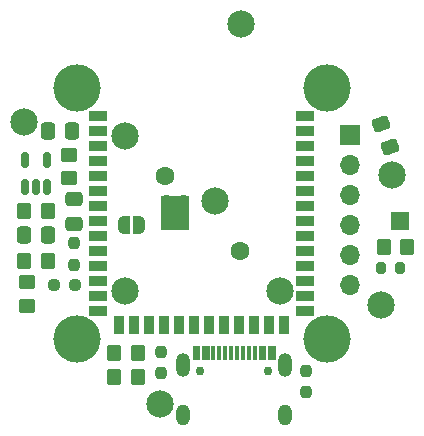
<source format=gbr>
%TF.GenerationSoftware,KiCad,Pcbnew,8.0.0*%
%TF.CreationDate,2024-03-22T20:52:57+01:00*%
%TF.ProjectId,rotatror,726f7461-7472-46f7-922e-6b696361645f,rev?*%
%TF.SameCoordinates,Original*%
%TF.FileFunction,Soldermask,Top*%
%TF.FilePolarity,Negative*%
%FSLAX46Y46*%
G04 Gerber Fmt 4.6, Leading zero omitted, Abs format (unit mm)*
G04 Created by KiCad (PCBNEW 8.0.0) date 2024-03-22 20:52:57*
%MOMM*%
%LPD*%
G01*
G04 APERTURE LIST*
G04 Aperture macros list*
%AMRoundRect*
0 Rectangle with rounded corners*
0 $1 Rounding radius*
0 $2 $3 $4 $5 $6 $7 $8 $9 X,Y pos of 4 corners*
0 Add a 4 corners polygon primitive as box body*
4,1,4,$2,$3,$4,$5,$6,$7,$8,$9,$2,$3,0*
0 Add four circle primitives for the rounded corners*
1,1,$1+$1,$2,$3*
1,1,$1+$1,$4,$5*
1,1,$1+$1,$6,$7*
1,1,$1+$1,$8,$9*
0 Add four rect primitives between the rounded corners*
20,1,$1+$1,$2,$3,$4,$5,0*
20,1,$1+$1,$4,$5,$6,$7,0*
20,1,$1+$1,$6,$7,$8,$9,0*
20,1,$1+$1,$8,$9,$2,$3,0*%
%AMFreePoly0*
4,1,19,0.500000,-0.750000,0.000000,-0.750000,0.000000,-0.744911,-0.071157,-0.744911,-0.207708,-0.704816,-0.327430,-0.627875,-0.420627,-0.520320,-0.479746,-0.390866,-0.500000,-0.250000,-0.500000,0.250000,-0.479746,0.390866,-0.420627,0.520320,-0.327430,0.627875,-0.207708,0.704816,-0.071157,0.744911,0.000000,0.744911,0.000000,0.750000,0.500000,0.750000,0.500000,-0.750000,0.500000,-0.750000,
$1*%
%AMFreePoly1*
4,1,19,0.000000,0.744911,0.071157,0.744911,0.207708,0.704816,0.327430,0.627875,0.420627,0.520320,0.479746,0.390866,0.500000,0.250000,0.500000,-0.250000,0.479746,-0.390866,0.420627,-0.520320,0.327430,-0.627875,0.207708,-0.704816,0.071157,-0.744911,0.000000,-0.744911,0.000000,-0.750000,-0.500000,-0.750000,-0.500000,0.750000,0.000000,0.750000,0.000000,0.744911,0.000000,0.744911,
$1*%
G04 Aperture macros list end*
%ADD10RoundRect,0.200000X-0.200000X-0.275000X0.200000X-0.275000X0.200000X0.275000X-0.200000X0.275000X0*%
%ADD11FreePoly0,180.000000*%
%ADD12FreePoly1,180.000000*%
%ADD13RoundRect,0.250000X0.561786X-0.154687X0.330922X0.479606X-0.561786X0.154687X-0.330922X-0.479606X0*%
%ADD14RoundRect,0.150000X0.150000X-0.512500X0.150000X0.512500X-0.150000X0.512500X-0.150000X-0.512500X0*%
%ADD15RoundRect,0.237500X-0.237500X0.250000X-0.237500X-0.250000X0.237500X-0.250000X0.237500X0.250000X0*%
%ADD16RoundRect,0.250000X-0.450000X0.350000X-0.450000X-0.350000X0.450000X-0.350000X0.450000X0.350000X0*%
%ADD17RoundRect,0.250000X0.350000X0.450000X-0.350000X0.450000X-0.350000X-0.450000X0.350000X-0.450000X0*%
%ADD18C,0.750000*%
%ADD19O,1.200000X2.000000*%
%ADD20O,1.200000X1.800000*%
%ADD21R,0.300000X1.300000*%
%ADD22RoundRect,0.250000X0.450000X-0.350000X0.450000X0.350000X-0.450000X0.350000X-0.450000X-0.350000X0*%
%ADD23RoundRect,0.250000X0.475000X-0.337500X0.475000X0.337500X-0.475000X0.337500X-0.475000X-0.337500X0*%
%ADD24R,1.700000X1.700000*%
%ADD25O,1.700000X1.700000*%
%ADD26R,1.500000X1.500000*%
%ADD27RoundRect,0.237500X0.250000X0.237500X-0.250000X0.237500X-0.250000X-0.237500X0.250000X-0.237500X0*%
%ADD28RoundRect,0.250000X-0.350000X-0.450000X0.350000X-0.450000X0.350000X0.450000X-0.350000X0.450000X0*%
%ADD29R,1.500000X0.900000*%
%ADD30R,0.900000X1.500000*%
%ADD31C,0.600000*%
%ADD32R,2.450000X2.910000*%
%ADD33RoundRect,0.237500X0.237500X-0.250000X0.237500X0.250000X-0.237500X0.250000X-0.237500X-0.250000X0*%
%ADD34RoundRect,0.250000X0.337500X0.475000X-0.337500X0.475000X-0.337500X-0.475000X0.337500X-0.475000X0*%
%ADD35RoundRect,0.250000X-0.337500X-0.475000X0.337500X-0.475000X0.337500X0.475000X-0.337500X0.475000X0*%
%ADD36C,4.000000*%
%ADD37C,1.600000*%
%ADD38C,2.304000*%
G04 APERTURE END LIST*
D10*
%TO.C,R19*%
X129150000Y-84400000D03*
X130800000Y-84400000D03*
%TD*%
D11*
%TO.C,JP1*%
X108700000Y-80800000D03*
D12*
X107400000Y-80800000D03*
%TD*%
D13*
%TO.C,C6*%
X129917346Y-74174931D03*
X129207654Y-72225069D03*
%TD*%
D14*
%TO.C,U2*%
X99050000Y-77537500D03*
X100000000Y-77537500D03*
X100950000Y-77537500D03*
X100950000Y-75262500D03*
X99050000Y-75262500D03*
%TD*%
D15*
%TO.C,R5*%
X110600000Y-91487500D03*
X110600000Y-93312500D03*
%TD*%
D16*
%TO.C,R10*%
X99200000Y-85600000D03*
X99200000Y-87600000D03*
%TD*%
D17*
%TO.C,R9*%
X129400000Y-82600000D03*
X131400000Y-82600000D03*
%TD*%
D18*
%TO.C,U3*%
X113850000Y-93145500D03*
X119650000Y-93145500D03*
D19*
X112425000Y-92645500D03*
D20*
X112425000Y-96845500D03*
D19*
X121075000Y-92645500D03*
D20*
X121075000Y-96845500D03*
D21*
X113400000Y-91577500D03*
X114200000Y-91577500D03*
X115500000Y-91577500D03*
X116500000Y-91577500D03*
X117000000Y-91577500D03*
X118000000Y-91577500D03*
X119300000Y-91577500D03*
X120100000Y-91577500D03*
X119800000Y-91577500D03*
X119000000Y-91577500D03*
X118500000Y-91577500D03*
X117500000Y-91577500D03*
X116000000Y-91577500D03*
X115000000Y-91577500D03*
X114500000Y-91577500D03*
X113700000Y-91577500D03*
%TD*%
D22*
%TO.C,R1*%
X102800000Y-76800000D03*
X102800000Y-74800000D03*
%TD*%
D23*
%TO.C,C1*%
X103200000Y-80637500D03*
X103200000Y-78562500D03*
%TD*%
D24*
%TO.C,J1*%
X126600000Y-73180000D03*
D25*
X126600000Y-75720000D03*
X126600000Y-78260000D03*
X126600000Y-80800000D03*
X126600000Y-83340000D03*
X126600000Y-85880000D03*
%TD*%
D17*
%TO.C,R8*%
X108600000Y-93600000D03*
X106600000Y-93600000D03*
%TD*%
D26*
%TO.C,BOT*%
X130800000Y-80400000D03*
%TD*%
D27*
%TO.C,R2*%
X103312500Y-85800000D03*
X101487500Y-85800000D03*
%TD*%
D28*
%TO.C,R7*%
X106600000Y-91600000D03*
X108600000Y-91600000D03*
%TD*%
D15*
%TO.C,R3*%
X103200000Y-82287500D03*
X103200000Y-84112500D03*
%TD*%
D29*
%TO.C,U1*%
X105250000Y-71490000D03*
X105250000Y-72760000D03*
X105250000Y-74030000D03*
X105250000Y-75300000D03*
X105250000Y-76570000D03*
X105250000Y-77840000D03*
X105250000Y-79110000D03*
X105250000Y-80380000D03*
X105250000Y-81650000D03*
X105250000Y-82920000D03*
X105250000Y-84190000D03*
X105250000Y-85460000D03*
X105250000Y-86730000D03*
X105250000Y-88000000D03*
D30*
X107015000Y-89250000D03*
X108285000Y-89250000D03*
X109555000Y-89250000D03*
X110825000Y-89250000D03*
X112095000Y-89250000D03*
X113365000Y-89250000D03*
X114635000Y-89250000D03*
X115905000Y-89250000D03*
X117175000Y-89250000D03*
X118445000Y-89250000D03*
X119715000Y-89250000D03*
X120985000Y-89250000D03*
D29*
X122750000Y-88000000D03*
X122750000Y-86730000D03*
X122750000Y-85460000D03*
X122750000Y-84190000D03*
X122750000Y-82920000D03*
X122750000Y-81650000D03*
X122750000Y-80380000D03*
X122750000Y-79110000D03*
X122750000Y-77840000D03*
X122750000Y-76570000D03*
X122750000Y-75300000D03*
X122750000Y-74030000D03*
X122750000Y-72760000D03*
X122750000Y-71490000D03*
D31*
X111100000Y-78510000D03*
X111100000Y-79910000D03*
D32*
X111775000Y-79705000D03*
D31*
X111800000Y-79210000D03*
X111800000Y-80610000D03*
X112500000Y-78510000D03*
X112500000Y-79910000D03*
%TD*%
D33*
%TO.C,R6*%
X122800000Y-94912500D03*
X122800000Y-93087500D03*
%TD*%
D17*
%TO.C,R4*%
X101000000Y-79600000D03*
X99000000Y-79600000D03*
%TD*%
D34*
%TO.C,C2*%
X101000000Y-81600000D03*
X98925000Y-81600000D03*
%TD*%
D28*
%TO.C,R11*%
X99000000Y-83800000D03*
X101000000Y-83800000D03*
%TD*%
D35*
%TO.C,C4*%
X100962500Y-72800000D03*
X103037500Y-72800000D03*
%TD*%
D36*
%TO.C,S1*%
X124654410Y-69191210D03*
X103441210Y-69191210D03*
D37*
X110865830Y-76615830D03*
X117229790Y-82979790D03*
D36*
X124654410Y-90404410D03*
X103441210Y-90404410D03*
D38*
X120595620Y-86345620D03*
X107500000Y-86345620D03*
X107500000Y-73250000D03*
X130127410Y-76545120D03*
X115157970Y-78687650D03*
X129158710Y-87526480D03*
X110441570Y-95948110D03*
X98936910Y-72069140D03*
X117300500Y-63718210D03*
%TD*%
M02*

</source>
